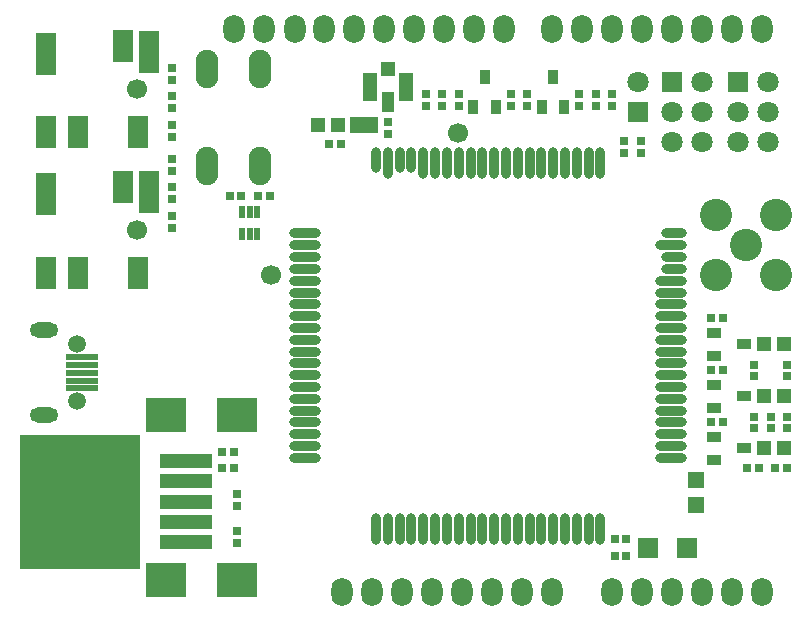
<source format=gbr>
G04 #@! TF.FileFunction,Soldermask,Top*
%FSLAX46Y46*%
G04 Gerber Fmt 4.6, Leading zero omitted, Abs format (unit mm)*
G04 Created by KiCad (PCBNEW 4.0.7-e2-6376~58~ubuntu16.04.1) date Sat Jul 27 23:54:02 2019*
%MOMM*%
%LPD*%
G01*
G04 APERTURE LIST*
%ADD10C,0.100000*%
%ADD11R,3.500000X3.000000*%
%ADD12O,2.700000X0.800000*%
%ADD13O,0.800000X2.700000*%
%ADD14O,2.200000X0.800000*%
%ADD15O,0.800000X2.200000*%
%ADD16C,1.800000*%
%ADD17R,1.800000X1.800000*%
%ADD18R,1.300000X1.200000*%
%ADD19R,0.900000X1.200000*%
%ADD20R,0.901040X1.200760*%
%ADD21R,1.200000X0.900000*%
%ADD22R,1.200760X0.901040*%
%ADD23R,2.700000X0.600000*%
%ADD24C,1.500000*%
%ADD25O,2.400000X1.300000*%
%ADD26R,4.500000X1.200000*%
%ADD27R,10.200000X11.400000*%
%ADD28R,1.724000X1.724000*%
%ADD29R,1.470000X1.470000*%
%ADD30R,0.800000X0.800000*%
%ADD31R,1.000000X1.700000*%
%ADD32R,1.200000X2.400000*%
%ADD33R,1.200000X1.300000*%
%ADD34O,1.800000X2.400000*%
%ADD35R,0.600000X1.050000*%
%ADD36R,1.200000X1.400000*%
%ADD37R,1.700000X2.700000*%
%ADD38R,1.700000X3.600000*%
%ADD39C,1.700000*%
%ADD40O,1.927200X3.248000*%
%ADD41C,2.740000*%
G04 APERTURE END LIST*
D10*
D11*
X100400000Y-132800000D03*
X94400000Y-132800000D03*
X100400000Y-146700000D03*
X94400000Y-146700000D03*
D12*
X106200000Y-124400000D03*
X106200000Y-123400000D03*
X106200000Y-122400000D03*
X106200000Y-121400000D03*
X106200000Y-120400000D03*
X106200000Y-119400000D03*
X106200000Y-118400000D03*
X106200000Y-117400000D03*
D13*
X115200000Y-142400000D03*
D12*
X106200000Y-133400000D03*
X106200000Y-134400000D03*
X106200000Y-135400000D03*
X106200000Y-136400000D03*
D13*
X112200000Y-142400000D03*
X113200000Y-142400000D03*
X114200000Y-142400000D03*
X123200000Y-142400000D03*
X122200000Y-142400000D03*
X121200000Y-142400000D03*
X120200000Y-142400000D03*
X119200000Y-142400000D03*
X118200000Y-142400000D03*
X117200000Y-142400000D03*
X116200000Y-142400000D03*
D12*
X106200000Y-125400000D03*
X106200000Y-126400000D03*
X106200000Y-127400000D03*
X106200000Y-128400000D03*
X106200000Y-129400000D03*
X106200000Y-130400000D03*
X106200000Y-131400000D03*
X106200000Y-132400000D03*
D13*
X124200000Y-142400000D03*
X125200000Y-142400000D03*
X126200000Y-142400000D03*
X127200000Y-142400000D03*
X128200000Y-142400000D03*
X129200000Y-142400000D03*
X130200000Y-142400000D03*
X131200000Y-142400000D03*
D12*
X137200000Y-136400000D03*
X137200000Y-135400000D03*
X137200000Y-134400000D03*
X137200000Y-133400000D03*
X137200000Y-132400000D03*
X137200000Y-131400000D03*
X137200000Y-130400000D03*
X137200000Y-129400000D03*
X137200000Y-128400000D03*
X137200000Y-127400000D03*
X137200000Y-126400000D03*
X137200000Y-125400000D03*
X137200000Y-124400000D03*
X137200000Y-123400000D03*
X137200000Y-122400000D03*
X137200000Y-121400000D03*
D14*
X137450000Y-120400000D03*
X137450000Y-119400000D03*
D12*
X137200000Y-118400000D03*
D14*
X137450000Y-117400000D03*
D13*
X131200000Y-111400000D03*
X130200000Y-111400000D03*
X129200000Y-111400000D03*
X128200000Y-111400000D03*
X127200000Y-111400000D03*
X126200000Y-111400000D03*
X125200000Y-111400000D03*
X124200000Y-111400000D03*
X123200000Y-111400000D03*
X122200000Y-111400000D03*
X121200000Y-111400000D03*
X120200000Y-111400000D03*
X119200000Y-111400000D03*
X118200000Y-111400000D03*
X117200000Y-111400000D03*
X116200000Y-111400000D03*
D15*
X115200000Y-111150000D03*
X114200000Y-111150000D03*
D13*
X113200000Y-111400000D03*
D15*
X112200000Y-111150000D03*
D16*
X134400000Y-104560000D03*
D17*
X134400000Y-107100000D03*
D18*
X145050000Y-126800000D03*
X146750000Y-126800000D03*
X145050000Y-131200000D03*
X146750000Y-131200000D03*
X145050000Y-135600000D03*
X146750000Y-135600000D03*
D19*
X121400000Y-104130000D03*
D20*
X122352500Y-106670000D03*
X120447500Y-106670000D03*
D21*
X143370000Y-126800000D03*
D22*
X140830000Y-127752500D03*
X140830000Y-125847500D03*
D21*
X143370000Y-131200000D03*
D22*
X140830000Y-132152500D03*
X140830000Y-130247500D03*
D21*
X143370000Y-135600000D03*
D22*
X140830000Y-136552500D03*
X140830000Y-134647500D03*
D19*
X127200000Y-104130000D03*
D20*
X128152500Y-106670000D03*
X126247500Y-106670000D03*
D23*
X87300000Y-127900000D03*
X87300000Y-128550000D03*
X87300000Y-129200000D03*
X87300000Y-129850000D03*
X87300000Y-130500000D03*
D24*
X86900000Y-126775000D03*
X86900000Y-131625000D03*
D25*
X84100000Y-125600000D03*
X84100000Y-132800000D03*
D17*
X142830000Y-104560000D03*
D16*
X145370000Y-104560000D03*
X142830000Y-107100000D03*
X145370000Y-107100000D03*
X142830000Y-109640000D03*
X145370000Y-109640000D03*
D17*
X137280000Y-104560000D03*
D16*
X139820000Y-104560000D03*
X137280000Y-107100000D03*
X139820000Y-107100000D03*
X137280000Y-109640000D03*
X139820000Y-109640000D03*
D26*
X96100000Y-141800000D03*
D27*
X87100000Y-140100000D03*
D26*
X96100000Y-138400000D03*
X96100000Y-140100000D03*
X96100000Y-143500000D03*
X96100000Y-136700000D03*
D28*
X135249000Y-144000000D03*
X138551000Y-144000000D03*
D29*
X139300000Y-140366800D03*
X139300000Y-138233200D03*
D30*
X133400000Y-143300000D03*
X132400000Y-143300000D03*
X133400000Y-144700000D03*
X132400000Y-144700000D03*
X99800000Y-114200000D03*
X100800000Y-114200000D03*
X103210000Y-114200000D03*
X102210000Y-114200000D03*
X94900000Y-104400000D03*
X94900000Y-103400000D03*
X116400000Y-106600000D03*
X116400000Y-105600000D03*
X94900000Y-106800000D03*
X94900000Y-105800000D03*
X94900000Y-109200000D03*
X94900000Y-108200000D03*
X100400000Y-139500000D03*
X100400000Y-140500000D03*
X100400000Y-143600000D03*
X100400000Y-142600000D03*
X140600000Y-133400000D03*
X141600000Y-133400000D03*
X133200000Y-109600000D03*
X133200000Y-110600000D03*
X94900000Y-115900000D03*
X94900000Y-116900000D03*
X134600000Y-109600000D03*
X134600000Y-110600000D03*
X94900000Y-113500000D03*
X94900000Y-114500000D03*
X94900000Y-111100000D03*
X94900000Y-112100000D03*
X147000000Y-128500000D03*
X147000000Y-129500000D03*
X123600000Y-106600000D03*
X123600000Y-105600000D03*
X119200000Y-105600000D03*
X119200000Y-106600000D03*
X144200000Y-129500000D03*
X144200000Y-128500000D03*
X147000000Y-132900000D03*
X147000000Y-133900000D03*
X130800000Y-106600000D03*
X130800000Y-105600000D03*
X141600000Y-124600000D03*
X140600000Y-124600000D03*
X129400000Y-106600000D03*
X129400000Y-105600000D03*
X145600000Y-132900000D03*
X145600000Y-133900000D03*
X141600000Y-129000000D03*
X140600000Y-129000000D03*
X146000000Y-137300000D03*
X147000000Y-137300000D03*
X117800000Y-106600000D03*
X117800000Y-105600000D03*
X144600000Y-137300000D03*
X143600000Y-137300000D03*
X144200000Y-133900000D03*
X144200000Y-132900000D03*
X125000000Y-105600000D03*
X125000000Y-106600000D03*
X132200000Y-106600000D03*
X132200000Y-105600000D03*
X99200000Y-137300000D03*
X100200000Y-137300000D03*
X100200000Y-135900000D03*
X99200000Y-135900000D03*
X108200000Y-109800000D03*
X109200000Y-109800000D03*
X113200000Y-108000000D03*
X113200000Y-109000000D03*
D18*
X107250000Y-108200000D03*
X108950000Y-108200000D03*
D31*
X113200000Y-106300000D03*
D32*
X114750000Y-105000000D03*
D33*
X113200000Y-103450000D03*
D32*
X111650000Y-105000000D03*
D34*
X109360000Y-147760000D03*
X111900000Y-147760000D03*
X114440000Y-147760000D03*
X116980000Y-147760000D03*
X119520000Y-147760000D03*
X122060000Y-147760000D03*
X124600000Y-147760000D03*
X127140000Y-147760000D03*
X132220000Y-147760000D03*
X134760000Y-147760000D03*
X137300000Y-147760000D03*
X139840000Y-147760000D03*
X142380000Y-147760000D03*
X144920000Y-147760000D03*
X144920000Y-100100000D03*
X142380000Y-100100000D03*
X139840000Y-100100000D03*
X137300000Y-100100000D03*
X134760000Y-100100000D03*
X132220000Y-100100000D03*
X129680000Y-100100000D03*
X127140000Y-100100000D03*
X123076000Y-100100000D03*
X120536000Y-100100000D03*
X117996000Y-100100000D03*
X115456000Y-100100000D03*
X112916000Y-100100000D03*
X110376000Y-100100000D03*
X107836000Y-100100000D03*
X105298540Y-100100000D03*
X102756000Y-100100000D03*
X100216000Y-100100000D03*
D35*
X100850000Y-117450000D03*
X101500000Y-117450000D03*
X102150000Y-117450000D03*
X102150000Y-115550000D03*
X101500000Y-115550000D03*
X100850000Y-115550000D03*
D36*
X111800000Y-108200000D03*
X110600000Y-108200000D03*
D37*
X92050000Y-120750000D03*
X86950000Y-120750000D03*
X84250000Y-120750000D03*
D38*
X92950000Y-113900000D03*
D37*
X90750000Y-113450000D03*
D39*
X91950000Y-117100000D03*
D38*
X84250000Y-114100000D03*
D37*
X92050000Y-108850000D03*
X86950000Y-108850000D03*
X84250000Y-108850000D03*
D38*
X92950000Y-102000000D03*
D37*
X90750000Y-101550000D03*
D39*
X91950000Y-105200000D03*
D38*
X84250000Y-102200000D03*
D40*
X97850000Y-103500000D03*
X102350000Y-103500000D03*
X97850000Y-111700000D03*
X102350000Y-111700000D03*
D41*
X143500000Y-118400000D03*
X146040000Y-120940000D03*
X140960000Y-115860000D03*
X140960000Y-120940000D03*
X146040000Y-115860000D03*
D39*
X103350000Y-120900000D03*
X119150000Y-108900000D03*
M02*

</source>
